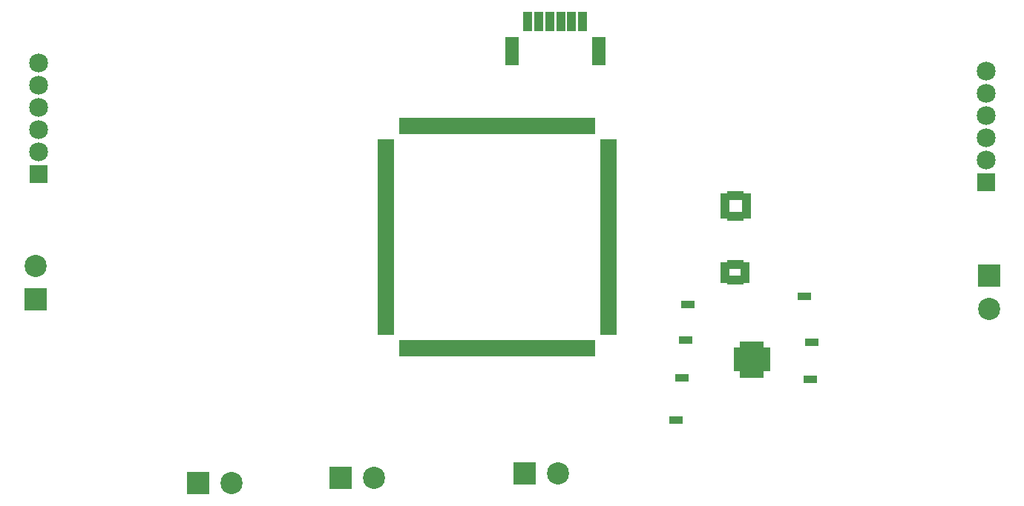
<source format=gts>
G04*
G04 #@! TF.GenerationSoftware,Altium Limited,Altium Designer,24.0.1 (36)*
G04*
G04 Layer_Color=8388736*
%FSLAX25Y25*%
%MOIN*%
G70*
G04*
G04 #@! TF.SameCoordinates,25D60E08-F93C-496E-8ADE-9084BC3AF729*
G04*
G04*
G04 #@! TF.FilePolarity,Negative*
G04*
G01*
G75*
%ADD15R,0.04362X0.03181*%
%ADD16R,0.03181X0.04362*%
%ADD17R,0.04953X0.02787*%
%ADD18R,0.02787X0.04953*%
%ADD19R,0.08260X0.08890*%
%ADD20R,0.03811X0.03654*%
%ADD21R,0.07709X0.03181*%
%ADD22R,0.03181X0.07709*%
%ADD23R,0.04362X0.08693*%
%ADD24R,0.05937X0.13024*%
%ADD25R,0.09972X0.09972*%
%ADD26C,0.09972*%
%ADD27R,0.08496X0.08496*%
%ADD28C,0.08496*%
%ADD29R,0.09972X0.09972*%
D15*
X321578Y134502D02*
D03*
Y132534D02*
D03*
Y130565D02*
D03*
Y128597D02*
D03*
X330633D02*
D03*
Y130565D02*
D03*
Y132534D02*
D03*
Y134502D02*
D03*
X321576Y165424D02*
D03*
Y163455D02*
D03*
Y161487D02*
D03*
Y159518D02*
D03*
Y157550D02*
D03*
X331025D02*
D03*
Y159518D02*
D03*
Y161487D02*
D03*
Y163455D02*
D03*
Y165424D02*
D03*
D16*
X324137Y128006D02*
D03*
X326105D02*
D03*
X328074D02*
D03*
Y135093D02*
D03*
X326105D02*
D03*
X324137D02*
D03*
X324332Y156762D02*
D03*
X326301D02*
D03*
X328269D02*
D03*
Y166211D02*
D03*
X326301D02*
D03*
X324332D02*
D03*
D17*
X327695Y96337D02*
D03*
Y94762D02*
D03*
Y93187D02*
D03*
Y91613D02*
D03*
Y90038D02*
D03*
Y88463D02*
D03*
X339506D02*
D03*
Y90038D02*
D03*
Y91613D02*
D03*
Y93187D02*
D03*
Y94762D02*
D03*
Y96337D02*
D03*
D18*
X329663Y86494D02*
D03*
X331238D02*
D03*
X332813D02*
D03*
X334387D02*
D03*
X335962D02*
D03*
X337537D02*
D03*
Y98305D02*
D03*
X335962D02*
D03*
X334387D02*
D03*
X332813D02*
D03*
X331238D02*
D03*
X329663D02*
D03*
D19*
X333600Y92400D02*
D03*
D20*
X358649Y83428D02*
D03*
X361248D02*
D03*
X302602Y101000D02*
D03*
X305200D02*
D03*
X303501Y116998D02*
D03*
X306099D02*
D03*
X355901Y120800D02*
D03*
X358499D02*
D03*
X298107Y65227D02*
D03*
X300706D02*
D03*
X300902Y84018D02*
D03*
X303501D02*
D03*
X359202Y100100D02*
D03*
X361800D02*
D03*
D21*
X169104Y189833D02*
D03*
Y187865D02*
D03*
Y185896D02*
D03*
Y183928D02*
D03*
Y181959D02*
D03*
Y179991D02*
D03*
Y178022D02*
D03*
Y176054D02*
D03*
Y174085D02*
D03*
Y172116D02*
D03*
Y170148D02*
D03*
Y168180D02*
D03*
Y166211D02*
D03*
Y164242D02*
D03*
Y162274D02*
D03*
Y160306D02*
D03*
Y158337D02*
D03*
Y156369D02*
D03*
Y154400D02*
D03*
Y152431D02*
D03*
Y150463D02*
D03*
Y148495D02*
D03*
Y146526D02*
D03*
Y144557D02*
D03*
Y142589D02*
D03*
Y140621D02*
D03*
Y138652D02*
D03*
Y136683D02*
D03*
Y134715D02*
D03*
Y132747D02*
D03*
Y130778D02*
D03*
Y128809D02*
D03*
Y126841D02*
D03*
Y124872D02*
D03*
Y122904D02*
D03*
Y120935D02*
D03*
Y118967D02*
D03*
Y116998D02*
D03*
Y115030D02*
D03*
Y113061D02*
D03*
Y111093D02*
D03*
Y109124D02*
D03*
Y107156D02*
D03*
Y105187D02*
D03*
X269301D02*
D03*
Y107156D02*
D03*
Y109124D02*
D03*
Y111093D02*
D03*
Y113061D02*
D03*
Y115030D02*
D03*
Y116998D02*
D03*
Y118967D02*
D03*
Y120935D02*
D03*
Y122904D02*
D03*
Y124872D02*
D03*
Y126841D02*
D03*
Y128809D02*
D03*
Y130778D02*
D03*
Y132747D02*
D03*
Y134715D02*
D03*
Y136683D02*
D03*
Y138652D02*
D03*
Y140621D02*
D03*
Y142589D02*
D03*
Y144557D02*
D03*
Y146526D02*
D03*
Y148495D02*
D03*
Y150463D02*
D03*
Y152431D02*
D03*
Y154400D02*
D03*
Y156369D02*
D03*
Y158337D02*
D03*
Y160306D02*
D03*
Y162274D02*
D03*
Y164242D02*
D03*
Y166211D02*
D03*
Y168180D02*
D03*
Y170148D02*
D03*
Y172116D02*
D03*
Y174085D02*
D03*
Y176054D02*
D03*
Y178022D02*
D03*
Y179991D02*
D03*
Y181959D02*
D03*
Y183928D02*
D03*
Y185896D02*
D03*
Y187865D02*
D03*
Y189833D02*
D03*
D22*
X176880Y97412D02*
D03*
X178848D02*
D03*
X180816D02*
D03*
X182785D02*
D03*
X184754D02*
D03*
X186722D02*
D03*
X188691D02*
D03*
X190659D02*
D03*
X192628D02*
D03*
X194596D02*
D03*
X196565D02*
D03*
X198533D02*
D03*
X200502D02*
D03*
X202470D02*
D03*
X204439D02*
D03*
X206407D02*
D03*
X208376D02*
D03*
X210344D02*
D03*
X212313D02*
D03*
X214281D02*
D03*
X216250D02*
D03*
X218218D02*
D03*
X220187D02*
D03*
X222155D02*
D03*
X224124D02*
D03*
X226092D02*
D03*
X228061D02*
D03*
X230029D02*
D03*
X231998D02*
D03*
X233966D02*
D03*
X235935D02*
D03*
X237903D02*
D03*
X239872D02*
D03*
X241840D02*
D03*
X243809D02*
D03*
X245777D02*
D03*
X247746D02*
D03*
X249714D02*
D03*
X251683D02*
D03*
X253651D02*
D03*
X255620D02*
D03*
X257588D02*
D03*
X259557D02*
D03*
X261525D02*
D03*
Y197609D02*
D03*
X259557D02*
D03*
X257588D02*
D03*
X255620D02*
D03*
X253651D02*
D03*
X251683D02*
D03*
X249714D02*
D03*
X247746D02*
D03*
X245777D02*
D03*
X243809D02*
D03*
X241840D02*
D03*
X239872D02*
D03*
X237903D02*
D03*
X235935D02*
D03*
X233966D02*
D03*
X231998D02*
D03*
X230029D02*
D03*
X228061D02*
D03*
X226092D02*
D03*
X224124D02*
D03*
X222155D02*
D03*
X220187D02*
D03*
X218218D02*
D03*
X216250D02*
D03*
X214281D02*
D03*
X212313D02*
D03*
X210344D02*
D03*
X208376D02*
D03*
X206407D02*
D03*
X204439D02*
D03*
X202470D02*
D03*
X200502D02*
D03*
X198533D02*
D03*
X196565D02*
D03*
X194596D02*
D03*
X192628D02*
D03*
X190659D02*
D03*
X188691D02*
D03*
X186722D02*
D03*
X184754D02*
D03*
X182785D02*
D03*
X180816D02*
D03*
X178848D02*
D03*
X176880D02*
D03*
D23*
X257588Y244446D02*
D03*
X252667D02*
D03*
X247746D02*
D03*
X242824D02*
D03*
X237903D02*
D03*
X232982D02*
D03*
D24*
X264872Y231258D02*
D03*
X225698D02*
D03*
D25*
X11800Y119600D02*
D03*
X440048Y130114D02*
D03*
D26*
X11800Y134600D02*
D03*
X440048Y115114D02*
D03*
X99800Y36900D02*
D03*
X163900Y39100D02*
D03*
X246600Y41300D02*
D03*
D27*
X438900Y172200D02*
D03*
X13241Y175756D02*
D03*
D28*
X438900Y182200D02*
D03*
Y192200D02*
D03*
Y202200D02*
D03*
Y212200D02*
D03*
Y222200D02*
D03*
X13241Y185756D02*
D03*
Y195756D02*
D03*
Y205756D02*
D03*
Y215756D02*
D03*
Y225756D02*
D03*
D29*
X84800Y36900D02*
D03*
X148900Y39100D02*
D03*
X231600Y41300D02*
D03*
M02*

</source>
